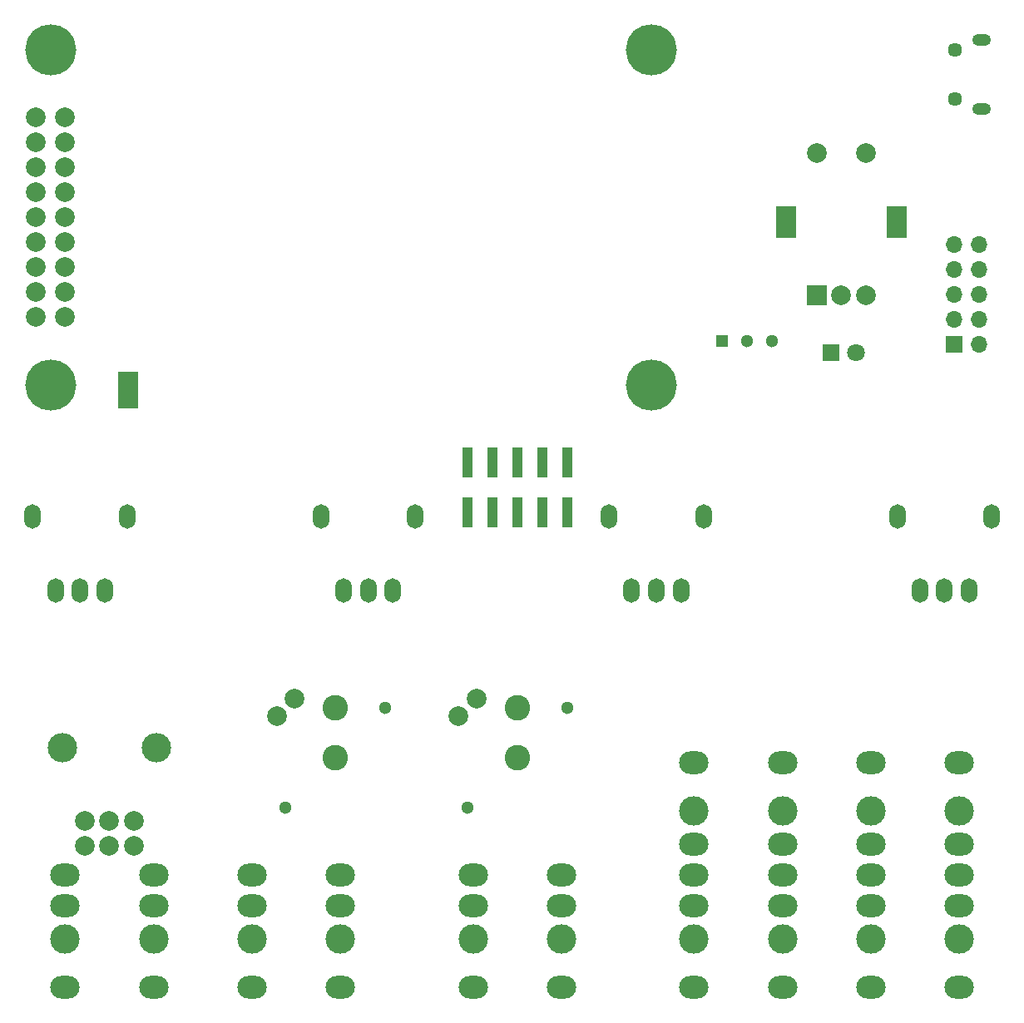
<source format=gbs>
G04 #@! TF.GenerationSoftware,KiCad,Pcbnew,(5.1.2)-1*
G04 #@! TF.CreationDate,2019-06-14T11:55:17+02:00*
G04 #@! TF.ProjectId,ESP32-Eurorack-Audio,45535033-322d-4457-9572-6f7261636b2d,D*
G04 #@! TF.SameCoordinates,Original*
G04 #@! TF.FileFunction,Soldermask,Bot*
G04 #@! TF.FilePolarity,Negative*
%FSLAX46Y46*%
G04 Gerber Fmt 4.6, Leading zero omitted, Abs format (unit mm)*
G04 Created by KiCad (PCBNEW (5.1.2)-1) date 2019-06-14 11:55:17*
%MOMM*%
%LPD*%
G04 APERTURE LIST*
%ADD10C,2.000000*%
%ADD11C,5.200000*%
%ADD12C,1.800000*%
%ADD13R,1.800000X1.800000*%
%ADD14C,1.300000*%
%ADD15R,1.300000X1.300000*%
%ADD16C,1.450000*%
%ADD17O,1.900000X1.200000*%
%ADD18R,1.700000X1.700000*%
%ADD19O,1.700000X1.700000*%
%ADD20O,3.000000X2.300000*%
%ADD21C,3.000000*%
%ADD22O,3.000000X3.000000*%
%ADD23O,1.700000X2.500000*%
%ADD24R,2.000000X3.200000*%
%ADD25R,2.000000X2.000000*%
%ADD26C,2.600000*%
%ADD27R,1.000000X3.150000*%
%ADD28R,2.000000X3.800000*%
G04 APERTURE END LIST*
D10*
X91350000Y-66360000D03*
X91350000Y-63820000D03*
X91350000Y-61280000D03*
X91350000Y-58740000D03*
X91350000Y-56200000D03*
X91350000Y-53660000D03*
X91350000Y-51120000D03*
X91350000Y-48580000D03*
X91350000Y-46040000D03*
X88350000Y-66360000D03*
X88350000Y-63820000D03*
X88350000Y-61280000D03*
X88350000Y-58740000D03*
X88350000Y-56200000D03*
X88350000Y-53660000D03*
X88350000Y-51120000D03*
X88350000Y-48580000D03*
X88350000Y-46040000D03*
D11*
X151050000Y-39150000D03*
X151050000Y-73250000D03*
X89850000Y-73250000D03*
X89850000Y-39150000D03*
D12*
X171840000Y-70000000D03*
D13*
X169300000Y-70000000D03*
D14*
X160760000Y-68800000D03*
D15*
X158220000Y-68800000D03*
D14*
X163300000Y-68800000D03*
D16*
X181887500Y-44150000D03*
X181887500Y-39150000D03*
D17*
X184587500Y-45150000D03*
X184587500Y-38150000D03*
D18*
X181850000Y-69150000D03*
D19*
X184390000Y-69150000D03*
X181850000Y-66610000D03*
X184390000Y-66610000D03*
X181850000Y-64070000D03*
X184390000Y-64070000D03*
X181850000Y-61530000D03*
X184390000Y-61530000D03*
X181850000Y-58990000D03*
X184390000Y-58990000D03*
D20*
X100350000Y-134570000D03*
X100350000Y-126270000D03*
X100350000Y-123170000D03*
D21*
X100350000Y-129650000D03*
X91350000Y-129650000D03*
D20*
X91350000Y-123170000D03*
X91350000Y-126270000D03*
X91350000Y-134570000D03*
D21*
X119350000Y-129650000D03*
D20*
X119350000Y-123170000D03*
X119350000Y-126270000D03*
X119350000Y-134570000D03*
X110350000Y-134570000D03*
X110350000Y-126270000D03*
X110350000Y-123170000D03*
D21*
X110350000Y-129650000D03*
D20*
X132850000Y-134570000D03*
X132850000Y-126270000D03*
X132850000Y-123170000D03*
D21*
X132850000Y-129650000D03*
D20*
X155350000Y-111730000D03*
X155350000Y-120030000D03*
X155350000Y-123130000D03*
D21*
X155350000Y-116650000D03*
X164350000Y-116650000D03*
D20*
X164350000Y-123130000D03*
X164350000Y-120030000D03*
X164350000Y-111730000D03*
D21*
X155350000Y-129650000D03*
D20*
X155350000Y-123170000D03*
X155350000Y-126270000D03*
X155350000Y-134570000D03*
X164350000Y-134570000D03*
X164350000Y-126270000D03*
X164350000Y-123170000D03*
D21*
X164350000Y-129650000D03*
D20*
X141850000Y-134570000D03*
X141850000Y-126270000D03*
X141850000Y-123170000D03*
D21*
X141850000Y-129650000D03*
X173350000Y-116650000D03*
D20*
X173350000Y-123130000D03*
X173350000Y-120030000D03*
X173350000Y-111730000D03*
X182350000Y-111730000D03*
X182350000Y-120030000D03*
X182350000Y-123130000D03*
D21*
X182350000Y-116650000D03*
D20*
X173350000Y-134570000D03*
X173350000Y-126270000D03*
X173350000Y-123170000D03*
D21*
X173350000Y-129650000D03*
D20*
X182350000Y-134570000D03*
X182350000Y-126270000D03*
X182350000Y-123170000D03*
D21*
X182350000Y-129650000D03*
D10*
X95850000Y-117650000D03*
X93350000Y-117650000D03*
X98350000Y-117650000D03*
D22*
X100650000Y-110150000D03*
X91050000Y-110150000D03*
D10*
X93350000Y-120150000D03*
X95850000Y-120150000D03*
X98350000Y-120150000D03*
D23*
X88050000Y-86650000D03*
X97650000Y-86650000D03*
X95350000Y-94150000D03*
X90350000Y-94150000D03*
X92850000Y-94150000D03*
X122183333Y-94150000D03*
X119683333Y-94150000D03*
X124683333Y-94150000D03*
X126983333Y-86650000D03*
X117383333Y-86650000D03*
X146716666Y-86650000D03*
X156316666Y-86650000D03*
X154016666Y-94150000D03*
X149016666Y-94150000D03*
X151516666Y-94150000D03*
X180850000Y-94150000D03*
X178350000Y-94150000D03*
X183350000Y-94150000D03*
X185650000Y-86650000D03*
X176050000Y-86650000D03*
D10*
X172850000Y-49650000D03*
X167850000Y-49650000D03*
D24*
X175950000Y-56650000D03*
X164750000Y-56650000D03*
D10*
X172850000Y-64150000D03*
X170350000Y-64150000D03*
D25*
X167850000Y-64150000D03*
D14*
X113770000Y-116230000D03*
D10*
X114700000Y-105200000D03*
D26*
X118850000Y-106070000D03*
X118850000Y-111150000D03*
D10*
X112900000Y-107000000D03*
D14*
X123930000Y-106070000D03*
X132270000Y-116230000D03*
D10*
X133200000Y-105200000D03*
D26*
X137350000Y-106070000D03*
X137350000Y-111150000D03*
D10*
X131400000Y-107000000D03*
D14*
X142430000Y-106070000D03*
D27*
X132270000Y-81125000D03*
X132270000Y-86175000D03*
X134810000Y-81125000D03*
X134810000Y-86175000D03*
X137350000Y-81125000D03*
X137350000Y-86175000D03*
X139890000Y-81125000D03*
X139890000Y-86175000D03*
X142430000Y-81125000D03*
X142430000Y-86175000D03*
D28*
X97750000Y-73800000D03*
M02*

</source>
